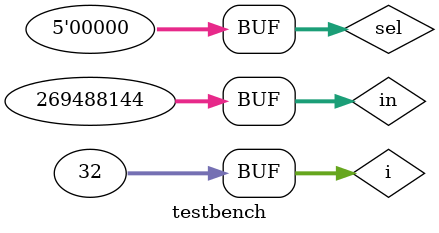
<source format=v>

module testbench;

 reg [31:0] in;
 reg [4:0] sel;
 wire out;
 integer i;
 mux_32x1 m1(in,sel,out);
 
 initial begin
 in =  32'h10101010; sel = 0;
 for (i = 0;i<32;i = i+1)begin
  #32 sel = sel + 1;
  end
  
 end
endmodule 

</source>
